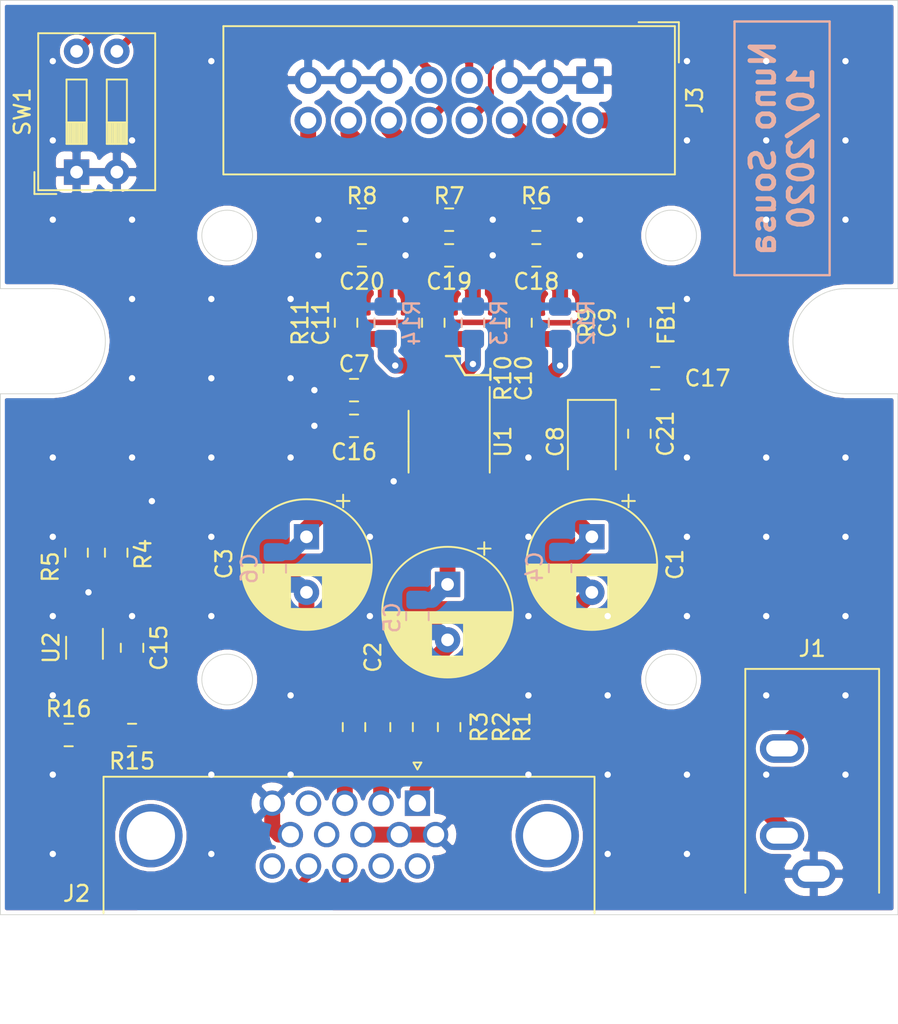
<source format=kicad_pcb>
(kicad_pcb (version 20171130) (host pcbnew "(5.1.7)-1")
  (layers (0 F.Cu signal) (31 B.Cu power) (34 B.Paste user) (35 F.Paste user) (36 B.SilkS user) (37 F.SilkS user) (38 B.Mask user) (39 F.Mask user) (44 Edge.Cuts user))
  (net 0 "")
  (net 1 "Net-(C1-Pad2)")
  (net 2 "Net-(C1-Pad1)")
  (net 3 "Net-(C2-Pad2)")
  (net 4 "Net-(C2-Pad1)")
  (net 5 "Net-(C3-Pad2)")
  (net 6 "Net-(C3-Pad1)")
  (net 7 GND)
  (net 8 VCC)
  (net 9 /DAC_GREEN)
  (net 10 "Net-(C9-Pad1)")
  (net 11 /DAC_BLUE)
  (net 12 "Net-(C10-Pad1)")
  (net 13 /DAC_RED)
  (net 14 "Net-(C11-Pad1)")
  (net 15 /5V_IN)
  (net 16 /AUDIO-R)
  (net 17 /AUDIO-L)
  (net 18 "Net-(J2-Pad15)")
  (net 19 /V-SYNC_OUT)
  (net 20 /H-SYNC_OUT)
  (net 21 "Net-(J2-Pad12)")
  (net 22 "Net-(J2-Pad11)")
  (net 23 "Net-(J2-Pad9)")
  (net 24 "Net-(J2-Pad4)")
  (net 25 /FILT_BLUE)
  (net 26 /FILT_GREEN)
  (net 27 /FILT_RED)
  (net 28 /H-SYNC)
  (net 29 /V-SYNC)
  (net 30 /MODE1)
  (net 31 /MODE2)
  (net 32 "Net-(R4-Pad1)")
  (net 33 "Net-(R5-Pad1)")
  (net 34 "Net-(J2-Pad0)")
  (module Connector_Audio_custom:Jack_3.5mm_CUI_SJ1-3533NG_Horizontal (layer F.Cu) (at 178.2 125.35 180)
    (fp_text reference J1 (at 0.1 14.2 180) (layer F.SilkS))
    (fp_text value AudioJack3)
    (pad S thru_hole oval (at 0 0 180) (size 2.8 1.8) (drill oval 2 1) (layers *.Cu *.Mask) (net 7 GND))
    (pad T thru_hole oval (at 2 2.4 180) (size 2.8 1.8) (drill oval 2 1) (layers *.Cu *.Mask) (net 17 /AUDIO-L))
    (pad R thru_hole oval (at 2 7.9 180) (size 2.8 1.8) (drill oval 2 1) (layers *.Cu *.Mask) (net 16 /AUDIO-R))
  )
  (module Package_TO_SOT_SMD:SOT-363_SC-70-6_Handsoldering (layer F.Cu) (at 132.2 111.1 270)
    (fp_text reference U2 (at 0 2.1 90) (layer F.SilkS))
    (fp_text value 74HCT2G34)
    (pad 6 smd rect (at 1.33 -0.65 270) (size 1.5 0.4) (layers F.Cu F.Paste F.Mask) (net 19 /V-SYNC_OUT))
    (pad 5 smd rect (at 1.33 0 270) (size 1.5 0.4) (layers F.Cu F.Paste F.Mask) (net 8 VCC))
    (pad 4 smd rect (at 1.33 0.65 270) (size 1.5 0.4) (layers F.Cu F.Paste F.Mask) (net 20 /H-SYNC_OUT))
    (pad 3 smd rect (at -1.33 0.65 270) (size 1.5 0.4) (layers F.Cu F.Paste F.Mask) (net 33 "Net-(R5-Pad1)"))
    (pad 2 smd rect (at -1.33 0 270) (size 1.5 0.4) (layers F.Cu F.Paste F.Mask) (net 7 GND))
    (pad 1 smd rect (at -1.33 -0.65 270) (size 1.5 0.4) (layers F.Cu F.Paste F.Mask) (net 32 "Net-(R4-Pad1)"))
  )
  (module Package_SO:SOIC-8_3.9x4.9mm_P1.27mm (layer F.Cu) (at 155.2 98.1 270)
    (fp_text reference U1 (at 0 -3.4 90) (layer F.SilkS))
    (fp_text value THS7316)
    (pad 8 smd roundrect (at 2.475 -1.905 270) (size 1.95 0.6) (layers F.Cu F.Paste F.Mask) (net 2 "Net-(C1-Pad1)"))
    (pad 7 smd roundrect (at 2.475 -0.635 270) (size 1.95 0.6) (layers F.Cu F.Paste F.Mask) (net 4 "Net-(C2-Pad1)"))
    (pad 6 smd roundrect (at 2.475 0.635 270) (size 1.95 0.6) (layers F.Cu F.Paste F.Mask) (net 6 "Net-(C3-Pad1)"))
    (pad 5 smd roundrect (at 2.475 1.905 270) (size 1.95 0.6) (layers F.Cu F.Paste F.Mask) (net 7 GND))
    (pad 4 smd roundrect (at -2.475 1.905 270) (size 1.95 0.6) (layers F.Cu F.Paste F.Mask) (net 8 VCC))
    (pad 3 smd roundrect (at -2.475 0.635 270) (size 1.95 0.6) (layers F.Cu F.Paste F.Mask) (net 14 "Net-(C11-Pad1)"))
    (pad 2 smd roundrect (at -2.475 -0.635 270) (size 1.95 0.6) (layers F.Cu F.Paste F.Mask) (net 12 "Net-(C10-Pad1)"))
    (pad 1 smd roundrect (at -2.475 -1.905 270) (size 1.95 0.6) (layers F.Cu F.Paste F.Mask) (net 10 "Net-(C9-Pad1)"))
  )
  (module Button_Switch_THT:SW_DIP_SPSTx02_Slide_9.78x7.26mm_W7.62mm_P2.54mm (layer F.Cu) (at 131.7 81.1 90)
    (fp_text reference SW1 (at 3.81 -3.42 90) (layer F.SilkS))
    (fp_text value SW_DIP_x02)
    (pad 4 thru_hole oval (at 7.62 0 90) (size 1.6 1.6) (drill 0.8) (layers *.Cu *.Mask) (net 30 /MODE1))
    (pad 2 thru_hole oval (at 0 2.54 90) (size 1.6 1.6) (drill 0.8) (layers *.Cu *.Mask) (net 7 GND))
    (pad 3 thru_hole oval (at 7.62 2.54 90) (size 1.6 1.6) (drill 0.8) (layers *.Cu *.Mask) (net 31 /MODE2))
    (pad 1 thru_hole rect (at 0 0 90) (size 1.6 1.6) (drill 0.8) (layers *.Cu *.Mask) (net 7 GND))
  )
  (module Resistor_SMD:R_0805_2012Metric_Pad1.15x1.40mm_HandSolder (layer F.Cu) (at 131.2 116.6)
    (fp_text reference R16 (at 0 -1.65) (layer F.SilkS))
    (fp_text value 10kR)
    (pad 2 smd roundrect (at 1.025 0) (size 1.15 1.4) (layers F.Cu F.Paste F.Mask) (roundrect_rratio 0.2173904347826087) (net 20 /H-SYNC_OUT))
    (pad 1 smd roundrect (at -1.025 0) (size 1.15 1.4) (layers F.Cu F.Paste F.Mask) (roundrect_rratio 0.2173904347826087) (net 8 VCC))
  )
  (module Resistor_SMD:R_0805_2012Metric_Pad1.15x1.40mm_HandSolder (layer F.Cu) (at 135.2 116.6 180)
    (fp_text reference R15 (at 0 -1.65) (layer F.SilkS))
    (fp_text value 10kR)
    (pad 2 smd roundrect (at 1.025 0 180) (size 1.15 1.4) (layers F.Cu F.Paste F.Mask) (roundrect_rratio 0.2173904347826087) (net 19 /V-SYNC_OUT))
    (pad 1 smd roundrect (at -1.025 0 180) (size 1.15 1.4) (layers F.Cu F.Paste F.Mask) (roundrect_rratio 0.2173904347826087) (net 8 VCC))
  )
  (module Resistor_SMD:R_0805_2012Metric_Pad1.15x1.40mm_HandSolder (layer B.Cu) (at 151.2 90.6 90)
    (fp_text reference R14 (at 0 1.65 270) (layer B.SilkS) (effects (justify mirror)))
    (fp_text value 1kR)
    (pad 2 smd roundrect (at 1.025 0 90) (size 1.15 1.4) (layers B.Cu B.Paste B.Mask) (roundrect_rratio 0.2173904347826087) (net 7 GND))
    (pad 1 smd roundrect (at -1.025 0 90) (size 1.15 1.4) (layers B.Cu B.Paste B.Mask) (roundrect_rratio 0.2173904347826087) (net 14 "Net-(C11-Pad1)"))
  )
  (module Resistor_SMD:R_0805_2012Metric_Pad1.15x1.40mm_HandSolder (layer B.Cu) (at 156.7 90.6 90)
    (fp_text reference R13 (at 0 1.65 90) (layer B.SilkS) (effects (justify mirror)))
    (fp_text value 1kR)
    (pad 2 smd roundrect (at 1.025 0 90) (size 1.15 1.4) (layers B.Cu B.Paste B.Mask) (roundrect_rratio 0.2173904347826087) (net 7 GND))
    (pad 1 smd roundrect (at -1.025 0 90) (size 1.15 1.4) (layers B.Cu B.Paste B.Mask) (roundrect_rratio 0.2173904347826087) (net 12 "Net-(C10-Pad1)"))
  )
  (module Resistor_SMD:R_0805_2012Metric_Pad1.15x1.40mm_HandSolder (layer B.Cu) (at 162.2 90.6 90)
    (fp_text reference R12 (at 0 1.65 90) (layer B.SilkS) (effects (justify mirror)))
    (fp_text value 1kR)
    (pad 2 smd roundrect (at 1.025 0 90) (size 1.15 1.4) (layers B.Cu B.Paste B.Mask) (roundrect_rratio 0.2173904347826087) (net 7 GND))
    (pad 1 smd roundrect (at -1.025 0 90) (size 1.15 1.4) (layers B.Cu B.Paste B.Mask) (roundrect_rratio 0.2173904347826087) (net 10 "Net-(C9-Pad1)"))
  )
  (module Resistor_SMD:R_0805_2012Metric_Pad1.15x1.40mm_HandSolder (layer F.Cu) (at 148.7 90.6 270)
    (fp_text reference R11 (at 0 2.9 90) (layer F.SilkS))
    (fp_text value 5.1MR)
    (pad 2 smd roundrect (at 1.025 0 270) (size 1.15 1.4) (layers F.Cu F.Paste F.Mask) (roundrect_rratio 0.2173904347826087) (net 14 "Net-(C11-Pad1)"))
    (pad 1 smd roundrect (at -1.025 0 270) (size 1.15 1.4) (layers F.Cu F.Paste F.Mask) (roundrect_rratio 0.2173904347826087) (net 8 VCC))
  )
  (module Resistor_SMD:R_0805_2012Metric_Pad1.15x1.40mm_HandSolder (layer F.Cu) (at 154.2 90.6 270)
    (fp_text reference R10 (at 3.5 -4.4 90) (layer F.SilkS))
    (fp_text value 5.1MR)
    (pad 2 smd roundrect (at 1.025 0 270) (size 1.15 1.4) (layers F.Cu F.Paste F.Mask) (roundrect_rratio 0.2173904347826087) (net 12 "Net-(C10-Pad1)"))
    (pad 1 smd roundrect (at -1.025 0 270) (size 1.15 1.4) (layers F.Cu F.Paste F.Mask) (roundrect_rratio 0.2173904347826087) (net 8 VCC))
  )
  (module Resistor_SMD:R_0805_2012Metric_Pad1.15x1.40mm_HandSolder (layer F.Cu) (at 159.7 90.6 270)
    (fp_text reference R9 (at 0 -4.2 90) (layer F.SilkS))
    (fp_text value 5.1MR)
    (pad 2 smd roundrect (at 1.025 0 270) (size 1.15 1.4) (layers F.Cu F.Paste F.Mask) (roundrect_rratio 0.2173904347826087) (net 10 "Net-(C9-Pad1)"))
    (pad 1 smd roundrect (at -1.025 0 270) (size 1.15 1.4) (layers F.Cu F.Paste F.Mask) (roundrect_rratio 0.2173904347826087) (net 8 VCC))
  )
  (module Resistor_SMD:R_0805_2012Metric_Pad1.15x1.40mm_HandSolder (layer F.Cu) (at 149.7 84.1 180)
    (fp_text reference R8 (at 0 1.5) (layer F.SilkS))
    (fp_text value 75R)
    (pad 2 smd roundrect (at 1.025 0 180) (size 1.15 1.4) (layers F.Cu F.Paste F.Mask) (roundrect_rratio 0.2173904347826087) (net 7 GND))
    (pad 1 smd roundrect (at -1.025 0 180) (size 1.15 1.4) (layers F.Cu F.Paste F.Mask) (roundrect_rratio 0.2173904347826087) (net 11 /DAC_BLUE))
  )
  (module Resistor_SMD:R_0805_2012Metric_Pad1.15x1.40mm_HandSolder (layer F.Cu) (at 155.2 84.1 180)
    (fp_text reference R7 (at 0 1.5) (layer F.SilkS))
    (fp_text value 75R)
    (pad 2 smd roundrect (at 1.025 0 180) (size 1.15 1.4) (layers F.Cu F.Paste F.Mask) (roundrect_rratio 0.2173904347826087) (net 7 GND))
    (pad 1 smd roundrect (at -1.025 0 180) (size 1.15 1.4) (layers F.Cu F.Paste F.Mask) (roundrect_rratio 0.2173904347826087) (net 9 /DAC_GREEN))
  )
  (module Resistor_SMD:R_0805_2012Metric_Pad1.15x1.40mm_HandSolder (layer F.Cu) (at 160.7 84.1 180)
    (fp_text reference R6 (at 0 1.5) (layer F.SilkS))
    (fp_text value 75R)
    (pad 2 smd roundrect (at 1.025 0 180) (size 1.15 1.4) (layers F.Cu F.Paste F.Mask) (roundrect_rratio 0.2173904347826087) (net 7 GND))
    (pad 1 smd roundrect (at -1.025 0 180) (size 1.15 1.4) (layers F.Cu F.Paste F.Mask) (roundrect_rratio 0.2173904347826087) (net 13 /DAC_RED))
  )
  (module Resistor_SMD:R_0805_2012Metric_Pad1.15x1.40mm_HandSolder (layer F.Cu) (at 131.7 105.1 90)
    (fp_text reference R5 (at -0.9 -1.65 90) (layer F.SilkS))
    (fp_text value 39R)
    (pad 2 smd roundrect (at 1.025 0 90) (size 1.15 1.4) (layers F.Cu F.Paste F.Mask) (roundrect_rratio 0.2173904347826087) (net 28 /H-SYNC))
    (pad 1 smd roundrect (at -1.025 0 90) (size 1.15 1.4) (layers F.Cu F.Paste F.Mask) (roundrect_rratio 0.2173904347826087) (net 33 "Net-(R5-Pad1)"))
  )
  (module Resistor_SMD:R_0805_2012Metric_Pad1.15x1.40mm_HandSolder (layer F.Cu) (at 134.2 105.1 90)
    (fp_text reference R4 (at -0.1 1.7 90) (layer F.SilkS))
    (fp_text value 39R)
    (pad 2 smd roundrect (at 1.025 0 90) (size 1.15 1.4) (layers F.Cu F.Paste F.Mask) (roundrect_rratio 0.2173904347826087) (net 29 /V-SYNC))
    (pad 1 smd roundrect (at -1.025 0 90) (size 1.15 1.4) (layers F.Cu F.Paste F.Mask) (roundrect_rratio 0.2173904347826087) (net 32 "Net-(R4-Pad1)"))
  )
  (module Resistor_SMD:R_0805_2012Metric_Pad1.15x1.40mm_HandSolder (layer F.Cu) (at 149.2 116.1 90)
    (fp_text reference R3 (at 0 7.9 90) (layer F.SilkS))
    (fp_text value 75R)
    (pad 2 smd roundrect (at 1.025 0 90) (size 1.15 1.4) (layers F.Cu F.Paste F.Mask) (roundrect_rratio 0.2173904347826087) (net 5 "Net-(C3-Pad2)"))
    (pad 1 smd roundrect (at -1.025 0 90) (size 1.15 1.4) (layers F.Cu F.Paste F.Mask) (roundrect_rratio 0.2173904347826087) (net 25 /FILT_BLUE))
  )
  (module Resistor_SMD:R_0805_2012Metric_Pad1.15x1.40mm_HandSolder (layer F.Cu) (at 152.2 116.1 90)
    (fp_text reference R2 (at 0 6.3 90) (layer F.SilkS))
    (fp_text value 75R)
    (pad 2 smd roundrect (at 1.025 0 90) (size 1.15 1.4) (layers F.Cu F.Paste F.Mask) (roundrect_rratio 0.2173904347826087) (net 3 "Net-(C2-Pad2)"))
    (pad 1 smd roundrect (at -1.025 0 90) (size 1.15 1.4) (layers F.Cu F.Paste F.Mask) (roundrect_rratio 0.2173904347826087) (net 26 /FILT_GREEN))
  )
  (module Resistor_SMD:R_0805_2012Metric_Pad1.15x1.40mm_HandSolder (layer F.Cu) (at 155.2 116.1 90)
    (fp_text reference R1 (at 0 4.6 90) (layer F.SilkS))
    (fp_text value 75R)
    (pad 2 smd roundrect (at 1.025 0 90) (size 1.15 1.4) (layers F.Cu F.Paste F.Mask) (roundrect_rratio 0.2173904347826087) (net 1 "Net-(C1-Pad2)"))
    (pad 1 smd roundrect (at -1.025 0 90) (size 1.15 1.4) (layers F.Cu F.Paste F.Mask) (roundrect_rratio 0.2173904347826087) (net 27 /FILT_RED))
  )
  (module Connector_IDC:IDC-Header_2x08_P2.54mm_Vertical (layer F.Cu) (at 164.09 75.3 270)
    (fp_text reference J3 (at 1.27 -6.604 90) (layer F.SilkS))
    (fp_text value Conn_02x08_Odd_Even)
    (pad 16 thru_hole oval (at 2.54 17.78 270) (size 1.7272 1.7272) (drill 1.016) (layers *.Cu *.Mask) (net 11 /DAC_BLUE))
    (pad 15 thru_hole oval (at 0 17.78 270) (size 1.7272 1.7272) (drill 1.016) (layers *.Cu *.Mask) (net 7 GND))
    (pad 14 thru_hole oval (at 2.54 15.24 270) (size 1.7272 1.7272) (drill 1.016) (layers *.Cu *.Mask) (net 9 /DAC_GREEN))
    (pad 13 thru_hole oval (at 0 15.24 270) (size 1.7272 1.7272) (drill 1.016) (layers *.Cu *.Mask) (net 7 GND))
    (pad 12 thru_hole oval (at 2.54 12.7 270) (size 1.7272 1.7272) (drill 1.016) (layers *.Cu *.Mask) (net 13 /DAC_RED))
    (pad 11 thru_hole oval (at 0 12.7 270) (size 1.7272 1.7272) (drill 1.016) (layers *.Cu *.Mask) (net 7 GND))
    (pad 10 thru_hole oval (at 2.54 10.16 270) (size 1.7272 1.7272) (drill 1.016) (layers *.Cu *.Mask) (net 28 /H-SYNC))
    (pad 9 thru_hole oval (at 0 10.16 270) (size 1.7272 1.7272) (drill 1.016) (layers *.Cu *.Mask) (net 29 /V-SYNC))
    (pad 8 thru_hole oval (at 2.54 7.62 270) (size 1.7272 1.7272) (drill 1.016) (layers *.Cu *.Mask) (net 30 /MODE1))
    (pad 7 thru_hole oval (at 0 7.62 270) (size 1.7272 1.7272) (drill 1.016) (layers *.Cu *.Mask) (net 31 /MODE2))
    (pad 6 thru_hole oval (at 2.54 5.08 270) (size 1.7272 1.7272) (drill 1.016) (layers *.Cu *.Mask) (net 15 /5V_IN))
    (pad 5 thru_hole oval (at 0 5.08 270) (size 1.7272 1.7272) (drill 1.016) (layers *.Cu *.Mask) (net 7 GND))
    (pad 4 thru_hole oval (at 2.54 2.54 270) (size 1.7272 1.7272) (drill 1.016) (layers *.Cu *.Mask) (net 17 /AUDIO-L))
    (pad 3 thru_hole oval (at 0 2.54 270) (size 1.7272 1.7272) (drill 1.016) (layers *.Cu *.Mask) (net 7 GND))
    (pad 2 thru_hole oval (at 2.54 0 270) (size 1.7272 1.7272) (drill 1.016) (layers *.Cu *.Mask) (net 16 /AUDIO-R))
    (pad 1 thru_hole rect (at 0 0 270) (size 1.7272 1.7272) (drill 1.016) (layers *.Cu *.Mask) (net 7 GND))
  )
  (module Connector_Dsub_custom:DSUB-15-HD_Female_Horizontal_P2.29x1.98mm_EdgePinOffset3.03mm_Housed_MountingHolesOffset4.94mm (layer F.Cu) (at 153.2 120.9)
    (fp_text reference J2 (at -21.5 5.7) (layer F.SilkS))
    (fp_text value DB15_Female_HighDensity_MountingHoles)
    (pad 0 thru_hole circle (at 8.185 2.05) (size 4 4) (drill 3.05) (layers *.Cu *.Mask) (net 34 "Net-(J2-Pad0)"))
    (pad 0 thru_hole circle (at -16.815 2.05) (size 4 4) (drill 3.05) (layers *.Cu *.Mask) (net 34 "Net-(J2-Pad0)"))
    (pad 15 thru_hole circle (at -9.16 3.96) (size 1.6 1.6) (drill 1.09) (layers *.Cu *.Mask) (net 18 "Net-(J2-Pad15)"))
    (pad 14 thru_hole circle (at -6.87 3.96) (size 1.6 1.6) (drill 1.09) (layers *.Cu *.Mask) (net 19 /V-SYNC_OUT))
    (pad 13 thru_hole circle (at -4.58 3.96) (size 1.6 1.6) (drill 1.09) (layers *.Cu *.Mask) (net 20 /H-SYNC_OUT))
    (pad 12 thru_hole circle (at -2.29 3.96) (size 1.6 1.6) (drill 1.09) (layers *.Cu *.Mask) (net 21 "Net-(J2-Pad12)"))
    (pad 11 thru_hole circle (at 0 3.96) (size 1.6 1.6) (drill 1.09) (layers *.Cu *.Mask) (net 22 "Net-(J2-Pad11)"))
    (pad 10 thru_hole circle (at -8.015 1.98) (size 1.6 1.6) (drill 1.09) (layers *.Cu *.Mask) (net 7 GND))
    (pad 9 thru_hole circle (at -5.725 1.98) (size 1.6 1.6) (drill 1.09) (layers *.Cu *.Mask) (net 23 "Net-(J2-Pad9)"))
    (pad 8 thru_hole circle (at -3.435 1.98) (size 1.6 1.6) (drill 1.09) (layers *.Cu *.Mask) (net 7 GND))
    (pad 7 thru_hole circle (at -1.145 1.98) (size 1.6 1.6) (drill 1.09) (layers *.Cu *.Mask) (net 7 GND))
    (pad 6 thru_hole circle (at 1.145 1.98) (size 1.6 1.6) (drill 1.09) (layers *.Cu *.Mask) (net 7 GND))
    (pad 5 thru_hole circle (at -9.16 0) (size 1.6 1.6) (drill 1.09) (layers *.Cu *.Mask) (net 7 GND))
    (pad 4 thru_hole circle (at -6.87 0) (size 1.6 1.6) (drill 1.09) (layers *.Cu *.Mask) (net 24 "Net-(J2-Pad4)"))
    (pad 3 thru_hole circle (at -4.58 0) (size 1.6 1.6) (drill 1.09) (layers *.Cu *.Mask) (net 25 /FILT_BLUE))
    (pad 2 thru_hole circle (at -2.29 0) (size 1.6 1.6) (drill 1.09) (layers *.Cu *.Mask) (net 26 /FILT_GREEN))
    (pad 1 thru_hole rect (at 0 0) (size 1.6 1.6) (drill 1.09) (layers *.Cu *.Mask) (net 27 /FILT_RED))
  )
  (module Inductor_SMD:L_0805_2012Metric_Pad1.15x1.40mm_HandSolder (layer F.Cu) (at 167.2 90.6 90)
    (fp_text reference FB1 (at 0 1.7 90) (layer F.SilkS))
    (fp_text value Ferrite_Bead)
    (pad 2 smd roundrect (at 1.025 0 90) (size 1.15 1.4) (layers F.Cu F.Paste F.Mask) (roundrect_rratio 0.2173904347826087) (net 15 /5V_IN))
    (pad 1 smd roundrect (at -1.025 0 90) (size 1.15 1.4) (layers F.Cu F.Paste F.Mask) (roundrect_rratio 0.2173904347826087) (net 8 VCC))
  )
  (module Capacitor_SMD:C_0805_2012Metric_Pad1.15x1.40mm_HandSolder (layer F.Cu) (at 167.2 97.6 270)
    (fp_text reference C21 (at 0 -1.65 90) (layer F.SilkS))
    (fp_text value 1uC)
    (pad 1 smd roundrect (at -1.025 0 270) (size 1.15 1.4) (layers F.Cu F.Paste F.Mask) (roundrect_rratio 0.2173904347826087) (net 8 VCC))
    (pad 2 smd roundrect (at 1.025 0 270) (size 1.15 1.4) (layers F.Cu F.Paste F.Mask) (roundrect_rratio 0.2173904347826087) (net 7 GND))
  )
  (module Capacitor_SMD:C_0805_2012Metric_Pad1.15x1.40mm_HandSolder (layer F.Cu) (at 149.7 86.35 180)
    (fp_text reference C20 (at 0 -1.65) (layer F.SilkS))
    (fp_text value 5pC)
    (pad 2 smd roundrect (at 1.025 0 180) (size 1.15 1.4) (layers F.Cu F.Paste F.Mask) (roundrect_rratio 0.2173904347826087) (net 7 GND))
    (pad 1 smd roundrect (at -1.025 0 180) (size 1.15 1.4) (layers F.Cu F.Paste F.Mask) (roundrect_rratio 0.2173904347826087) (net 11 /DAC_BLUE))
  )
  (module Capacitor_SMD:C_0805_2012Metric_Pad1.15x1.40mm_HandSolder (layer F.Cu) (at 155.2 86.35 180)
    (fp_text reference C19 (at 0 -1.65) (layer F.SilkS))
    (fp_text value 5pC)
    (pad 2 smd roundrect (at 1.025 0 180) (size 1.15 1.4) (layers F.Cu F.Paste F.Mask) (roundrect_rratio 0.2173904347826087) (net 7 GND))
    (pad 1 smd roundrect (at -1.025 0 180) (size 1.15 1.4) (layers F.Cu F.Paste F.Mask) (roundrect_rratio 0.2173904347826087) (net 9 /DAC_GREEN))
  )
  (module Capacitor_SMD:C_0805_2012Metric_Pad1.15x1.40mm_HandSolder (layer F.Cu) (at 160.7 86.35 180)
    (fp_text reference C18 (at 0 -1.65) (layer F.SilkS))
    (fp_text value 5pC)
    (pad 1 smd roundrect (at -1.025 0 180) (size 1.15 1.4) (layers F.Cu F.Paste F.Mask) (roundrect_rratio 0.2173904347826087) (net 13 /DAC_RED))
    (pad 2 smd roundrect (at 1.025 0 180) (size 1.15 1.4) (layers F.Cu F.Paste F.Mask) (roundrect_rratio 0.2173904347826087) (net 7 GND))
  )
  (module Capacitor_SMD:C_0805_2012Metric_Pad1.15x1.40mm_HandSolder (layer F.Cu) (at 168.2 94.1)
    (fp_text reference C17 (at 3.3 0) (layer F.SilkS))
    (fp_text value 0.1uC)
    (pad 2 smd roundrect (at 1.025 0) (size 1.15 1.4) (layers F.Cu F.Paste F.Mask) (roundrect_rratio 0.2173904347826087) (net 7 GND))
    (pad 1 smd roundrect (at -1.025 0) (size 1.15 1.4) (layers F.Cu F.Paste F.Mask) (roundrect_rratio 0.2173904347826087) (net 8 VCC))
  )
  (module Capacitor_SMD:C_0805_2012Metric_Pad1.15x1.40mm_HandSolder (layer F.Cu) (at 149.2 97.1 180)
    (fp_text reference C16 (at 0 -1.65) (layer F.SilkS))
    (fp_text value 0.01uC)
    (pad 2 smd roundrect (at 1.025 0 180) (size 1.15 1.4) (layers F.Cu F.Paste F.Mask) (roundrect_rratio 0.2173904347826087) (net 7 GND))
    (pad 1 smd roundrect (at -1.025 0 180) (size 1.15 1.4) (layers F.Cu F.Paste F.Mask) (roundrect_rratio 0.2173904347826087) (net 8 VCC))
  )
  (module Capacitor_SMD:C_0805_2012Metric_Pad1.15x1.40mm_HandSolder (layer F.Cu) (at 135.2 111.1 90)
    (fp_text reference C15 (at 0 1.7 90) (layer F.SilkS))
    (fp_text value 0.1uC)
    (pad 2 smd roundrect (at 1.025 0 90) (size 1.15 1.4) (layers F.Cu F.Paste F.Mask) (roundrect_rratio 0.2173904347826087) (net 7 GND))
    (pad 1 smd roundrect (at -1.025 0 90) (size 1.15 1.4) (layers F.Cu F.Paste F.Mask) (roundrect_rratio 0.2173904347826087) (net 8 VCC))
  )
  (module Capacitor_SMD:C_0805_2012Metric_Pad1.15x1.40mm_HandSolder (layer F.Cu) (at 151.2 90.6 90)
    (fp_text reference C11 (at 0 -4.1 90) (layer F.SilkS))
    (fp_text value 0.1uC)
    (pad 2 smd roundrect (at 1.025 0 90) (size 1.15 1.4) (layers F.Cu F.Paste F.Mask) (roundrect_rratio 0.2173904347826087) (net 11 /DAC_BLUE))
    (pad 1 smd roundrect (at -1.025 0 90) (size 1.15 1.4) (layers F.Cu F.Paste F.Mask) (roundrect_rratio 0.2173904347826087) (net 14 "Net-(C11-Pad1)"))
  )
  (module Capacitor_SMD:C_0805_2012Metric_Pad1.15x1.40mm_HandSolder (layer F.Cu) (at 156.7 90.6 90)
    (fp_text reference C10 (at -3.5 3.2 90) (layer F.SilkS))
    (fp_text value 0.1uC)
    (pad 2 smd roundrect (at 1.025 0 90) (size 1.15 1.4) (layers F.Cu F.Paste F.Mask) (roundrect_rratio 0.2173904347826087) (net 9 /DAC_GREEN))
    (pad 1 smd roundrect (at -1.025 0 90) (size 1.15 1.4) (layers F.Cu F.Paste F.Mask) (roundrect_rratio 0.2173904347826087) (net 12 "Net-(C10-Pad1)"))
  )
  (module Capacitor_SMD:C_0805_2012Metric_Pad1.15x1.40mm_HandSolder (layer F.Cu) (at 162.2 90.6 90)
    (fp_text reference C9 (at 0 3 90) (layer F.SilkS))
    (fp_text value 0.1uC)
    (pad 2 smd roundrect (at 1.025 0 90) (size 1.15 1.4) (layers F.Cu F.Paste F.Mask) (roundrect_rratio 0.2173904347826087) (net 13 /DAC_RED))
    (pad 1 smd roundrect (at -1.025 0 90) (size 1.15 1.4) (layers F.Cu F.Paste F.Mask) (roundrect_rratio 0.2173904347826087) (net 10 "Net-(C9-Pad1)"))
  )
  (module Capacitor_Tantalum_SMD:CP_EIA-3528-21_Kemet-B_Pad1.50x2.35mm_HandSolder (layer F.Cu) (at 164.2 98.1 270)
    (fp_text reference C8 (at 0 2.3 90) (layer F.SilkS))
    (fp_text value 33uCP)
    (pad 2 smd roundrect (at 1.625 0 270) (size 1.5 2.35) (layers F.Cu F.Paste F.Mask) (roundrect_rratio 0.1666666666666667) (net 7 GND))
    (pad 1 smd roundrect (at -1.625 0 270) (size 1.5 2.35) (layers F.Cu F.Paste F.Mask) (roundrect_rratio 0.1666666666666667) (net 8 VCC))
  )
  (module Capacitor_SMD:C_0805_2012Metric_Pad1.15x1.40mm_HandSolder (layer F.Cu) (at 149.2 94.85 180)
    (fp_text reference C7 (at 0 1.65) (layer F.SilkS))
    (fp_text value 1uC)
    (pad 2 smd roundrect (at 1.025 0 180) (size 1.15 1.4) (layers F.Cu F.Paste F.Mask) (roundrect_rratio 0.2173904347826087) (net 7 GND))
    (pad 1 smd roundrect (at -1.025 0 180) (size 1.15 1.4) (layers F.Cu F.Paste F.Mask) (roundrect_rratio 0.2173904347826087) (net 8 VCC))
  )
  (module Capacitor_SMD:C_0805_2012Metric_Pad1.15x1.40mm_HandSolder (layer B.Cu) (at 144.2 106.1 90)
    (fp_text reference C6 (at 0 -1.6 270) (layer B.SilkS) (effects (justify mirror)))
    (fp_text value 0.1uC)
    (pad 2 smd roundrect (at 1.025 0 90) (size 1.15 1.4) (layers B.Cu B.Paste B.Mask) (roundrect_rratio 0.2173904347826087) (net 6 "Net-(C3-Pad1)"))
    (pad 1 smd roundrect (at -1.025 0 90) (size 1.15 1.4) (layers B.Cu B.Paste B.Mask) (roundrect_rratio 0.2173904347826087) (net 5 "Net-(C3-Pad2)"))
  )
  (module Capacitor_SMD:C_0805_2012Metric_Pad1.15x1.40mm_HandSolder (layer B.Cu) (at 153.2 109.1 90)
    (fp_text reference C5 (at -0.1 -1.6 270) (layer B.SilkS) (effects (justify mirror)))
    (fp_text value 0.1uC)
    (pad 2 smd roundrect (at 1.025 0 90) (size 1.15 1.4) (layers B.Cu B.Paste B.Mask) (roundrect_rratio 0.2173904347826087) (net 4 "Net-(C2-Pad1)"))
    (pad 1 smd roundrect (at -1.025 0 90) (size 1.15 1.4) (layers B.Cu B.Paste B.Mask) (roundrect_rratio 0.2173904347826087) (net 3 "Net-(C2-Pad2)"))
  )
  (module Capacitor_SMD:C_0805_2012Metric_Pad1.15x1.40mm_HandSolder (layer B.Cu) (at 162.2 106.075 90)
    (fp_text reference C4 (at 0.075 -1.6 270) (layer B.SilkS) (effects (justify mirror)))
    (fp_text value 0.1uC)
    (pad 2 smd roundrect (at 1.025 0 90) (size 1.15 1.4) (layers B.Cu B.Paste B.Mask) (roundrect_rratio 0.2173904347826087) (net 2 "Net-(C1-Pad1)"))
    (pad 1 smd roundrect (at -1.025 0 90) (size 1.15 1.4) (layers B.Cu B.Paste B.Mask) (roundrect_rratio 0.2173904347826087) (net 1 "Net-(C1-Pad2)"))
  )
  (module Capacitor_THT:CP_Radial_D8.0mm_P3.50mm (layer F.Cu) (at 146.2 104.1 270)
    (fp_text reference C3 (at 1.7 5.2 90) (layer F.SilkS))
    (fp_text value 470uCP)
    (pad 2 thru_hole circle (at 3.5 0 270) (size 1.6 1.6) (drill 0.8) (layers *.Cu *.Mask) (net 5 "Net-(C3-Pad2)"))
    (pad 1 thru_hole rect (at 0 0 270) (size 1.6 1.6) (drill 0.8) (layers *.Cu *.Mask) (net 6 "Net-(C3-Pad1)"))
  )
  (module Capacitor_THT:CP_Radial_D8.0mm_P3.50mm (layer F.Cu) (at 155.1 107.1 270)
    (fp_text reference C2 (at 4.6 4.7 90) (layer F.SilkS))
    (fp_text value 470uCP)
    (pad 2 thru_hole circle (at 3.5 0 270) (size 1.6 1.6) (drill 0.8) (layers *.Cu *.Mask) (net 3 "Net-(C2-Pad2)"))
    (pad 1 thru_hole rect (at 0 0 270) (size 1.6 1.6) (drill 0.8) (layers *.Cu *.Mask) (net 4 "Net-(C2-Pad1)"))
  )
  (module Capacitor_THT:CP_Radial_D8.0mm_P3.50mm (layer F.Cu) (at 164.2 104.1 270)
    (fp_text reference C1 (at 1.75 -5.25 90) (layer F.SilkS))
    (fp_text value 470uCP)
    (pad 2 thru_hole circle (at 3.5 0 270) (size 1.6 1.6) (drill 0.8) (layers *.Cu *.Mask) (net 1 "Net-(C1-Pad2)"))
    (pad 1 thru_hole rect (at 0 0 270) (size 1.6 1.6) (drill 0.8) (layers *.Cu *.Mask) (net 2 "Net-(C1-Pad1)"))
  )
  (gr_line (start 155.9 92.7) (end 155.5 92.7) (layer F.SilkS) (width 0.15))
  (gr_line (start 155.5 92.7) (end 155 92.7) (layer F.SilkS) (width 0.15))
  (gr_line (start 156.2 93.9) (end 155.5 92.7) (layer F.SilkS) (width 0.15))
  (gr_line (start 157.8 93.9) (end 156.2 93.9) (layer F.SilkS) (width 0.15))
  (gr_line (start 157.8 93.5) (end 157.8 94.2) (layer F.SilkS) (width 0.15))
  (gr_line (start 179.2 87.6) (end 173.2 87.6) (layer B.SilkS) (width 0.15))
  (gr_line (start 179.2 71.6) (end 179.2 87.6) (layer B.SilkS) (width 0.15))
  (gr_line (start 173.2 71.6) (end 179.2 71.6) (layer B.SilkS) (width 0.15))
  (gr_line (start 173.2 87.6) (end 173.2 71.6) (layer B.SilkS) (width 0.15))
  (gr_text "Nuno Sousa\n10/2020" (at 176.2 79.6 90) (layer B.SilkS) (effects (font (size 1.5 1.5) (thickness 0.3)) (justify mirror)))
  (gr_line (start 183.505 88.45) (end 183.505 70.27) (layer Edge.Cuts) (width 0.05))
  (gr_line (start 183.505 95.08) (end 183.505 127.93) (layer Edge.Cuts) (width 0.05))
  (gr_line (start 126.895 95.08) (end 126.895 127.93) (layer Edge.Cuts) (width 0.05))
  (gr_line (start 126.895 88.45) (end 126.895 70.27) (layer Edge.Cuts) (width 0.05))
  (gr_line (start 180.2 95.08) (end 183.505 95.08) (layer Edge.Cuts) (width 0.05))
  (gr_line (start 180.2 88.45) (end 183.505 88.45) (layer Edge.Cuts) (width 0.05))
  (gr_line (start 130.2 95.08) (end 126.895 95.08) (layer Edge.Cuts) (width 0.05))
  (gr_line (start 130.2 88.45) (end 126.895 88.45) (layer Edge.Cuts) (width 0.05))
  (gr_arc (start 180.2 91.765) (end 180.2 95.08) (angle 180) (layer Edge.Cuts) (width 0.05))
  (gr_arc (start 130.2 91.765) (end 130.2 95.08) (angle -180) (layer Edge.Cuts) (width 0.05))
  (gr_circle (center 141.2 85.1) (end 142.8 85.1) (layer Edge.Cuts) (width 0.05))
  (gr_circle (center 169.2 85.1) (end 170.8 85.1) (layer Edge.Cuts) (width 0.05))
  (gr_circle (center 169.2 113.1) (end 170.8 113.1) (layer Edge.Cuts) (width 0.05))
  (gr_circle (center 141.2 113.1) (end 142.8 113.1) (layer Edge.Cuts) (width 0.05))
  (gr_line (start 183.505 70.27) (end 126.895 70.27) (layer Edge.Cuts) (width 0.05))
  (gr_line (start 126.895 127.93) (end 183.505 127.93) (layer Edge.Cuts) (width 0.05))
  (segment (start 155.2 115.075) (end 155.2 114.2) (width 1) (layer F.Cu) (net 1))
  (segment (start 155.2 114.2) (end 157.2 112.2) (width 1) (layer F.Cu) (net 1))
  (segment (start 159.6 112.2) (end 164.2 107.6) (width 1) (layer F.Cu) (net 1))
  (segment (start 157.2 112.2) (end 159.6 112.2) (width 1) (layer F.Cu) (net 1))
  (segment (start 163.7 107.1) (end 164.2 107.6) (width 1) (layer B.Cu) (net 1))
  (segment (start 162.2 107.1) (end 163.7 107.1) (width 1) (layer B.Cu) (net 1))
  (segment (start 163.25 105.05) (end 164.2 104.1) (width 1) (layer B.Cu) (net 2))
  (segment (start 162.2 105.05) (end 163.25 105.05) (width 1) (layer B.Cu) (net 2))
  (segment (start 162.6 102.5) (end 164.2 104.1) (width 1) (layer F.Cu) (net 2))
  (segment (start 157.105 101.605) (end 158 102.5) (width 1) (layer F.Cu) (net 2))
  (segment (start 158 102.5) (end 162.6 102.5) (width 1) (layer F.Cu) (net 2))
  (segment (start 157.105 100.575) (end 157.105 101.605) (width 1) (layer F.Cu) (net 2))
  (segment (start 152.2 113.9) (end 152.2 115.075) (width 1) (layer F.Cu) (net 3))
  (segment (start 155.1 111) (end 152.2 113.9) (width 1) (layer F.Cu) (net 3))
  (segment (start 155.1 110.6) (end 155.1 111) (width 1) (layer F.Cu) (net 3))
  (segment (start 154.625 110.125) (end 155.1 110.6) (width 1) (layer B.Cu) (net 3))
  (segment (start 153.2 110.125) (end 154.625 110.125) (width 1) (layer B.Cu) (net 3))
  (segment (start 155.835 100.765) (end 155.81501 100.78499) (width 1) (layer F.Cu) (net 4))
  (segment (start 155.81501 100.78499) (end 155.81501 103.08499) (width 1) (layer F.Cu) (net 4))
  (segment (start 155.835 100.575) (end 155.835 100.765) (width 1) (layer F.Cu) (net 4))
  (segment (start 155.1 103.8) (end 155.1 107.1) (width 1) (layer F.Cu) (net 4))
  (segment (start 155.81501 103.08499) (end 155.1 103.8) (width 1) (layer F.Cu) (net 4))
  (segment (start 154.125 108.075) (end 155.1 107.1) (width 1) (layer B.Cu) (net 4))
  (segment (start 153.2 108.075) (end 154.125 108.075) (width 1) (layer B.Cu) (net 4))
  (segment (start 146.2 112.075) (end 149.2 115.075) (width 1) (layer F.Cu) (net 5))
  (segment (start 146.2 107.6) (end 146.2 112.075) (width 1) (layer F.Cu) (net 5))
  (segment (start 145.725 107.125) (end 146.2 107.6) (width 1) (layer B.Cu) (net 5))
  (segment (start 144.2 107.125) (end 145.725 107.125) (width 1) (layer B.Cu) (net 5))
  (segment (start 146.2 104.1) (end 146.2 103.6) (width 1) (layer F.Cu) (net 6))
  (segment (start 146.2 103.6) (end 147 102.8) (width 1) (layer F.Cu) (net 6))
  (segment (start 154.565 101.552808) (end 154.565 100.575) (width 1) (layer F.Cu) (net 6))
  (segment (start 153.317808 102.8) (end 154.565 101.552808) (width 1) (layer F.Cu) (net 6))
  (segment (start 147 102.8) (end 153.317808 102.8) (width 1) (layer F.Cu) (net 6))
  (segment (start 145.225 105.075) (end 146.2 104.1) (width 1) (layer B.Cu) (net 6))
  (segment (start 144.2 105.075) (end 145.225 105.075) (width 1) (layer B.Cu) (net 6))
  (via (at 135.2 94.1) (size 0.8) (drill 0.4) (layers F.Cu B.Cu) (net 7))
  (via (at 130.2 124.1) (size 0.8) (drill 0.4) (layers F.Cu B.Cu) (net 7))
  (via (at 130.2 119.1) (size 0.8) (drill 0.4) (layers F.Cu B.Cu) (net 7))
  (via (at 130.2 114.1) (size 0.8) (drill 0.4) (layers F.Cu B.Cu) (net 7))
  (via (at 130.2 109.1) (size 0.8) (drill 0.4) (layers F.Cu B.Cu) (net 7))
  (via (at 130.2 104.1) (size 0.8) (drill 0.4) (layers F.Cu B.Cu) (net 7))
  (via (at 130.2 99.1) (size 0.8) (drill 0.4) (layers F.Cu B.Cu) (net 7))
  (via (at 170.2 124.1) (size 0.8) (drill 0.4) (layers F.Cu B.Cu) (net 7))
  (via (at 180.2 119.1) (size 0.8) (drill 0.4) (layers F.Cu B.Cu) (net 7))
  (via (at 180.2 114.1) (size 0.8) (drill 0.4) (layers F.Cu B.Cu) (net 7))
  (via (at 180.2 104.1) (size 0.8) (drill 0.4) (layers F.Cu B.Cu) (net 7))
  (via (at 180.2 109.1) (size 0.8) (drill 0.4) (layers F.Cu B.Cu) (net 7))
  (via (at 180.2 99.1) (size 0.8) (drill 0.4) (layers F.Cu B.Cu) (net 7))
  (via (at 135.2 89.1) (size 0.8) (drill 0.4) (layers F.Cu B.Cu) (net 7))
  (via (at 175.2 84.1) (size 0.8) (drill 0.4) (layers F.Cu B.Cu) (net 7))
  (via (at 180.2 84.1) (size 0.8) (drill 0.4) (layers F.Cu B.Cu) (net 7))
  (via (at 180.2 79.1) (size 0.8) (drill 0.4) (layers F.Cu B.Cu) (net 7))
  (via (at 180.2 74.1) (size 0.8) (drill 0.4) (layers F.Cu B.Cu) (net 7))
  (via (at 152.45 86.35) (size 0.8) (drill 0.4) (layers F.Cu B.Cu) (net 7))
  (segment (start 154.175 86.35) (end 152.45 86.35) (width 1) (layer F.Cu) (net 7))
  (via (at 152.45 84.1) (size 0.8) (drill 0.4) (layers F.Cu B.Cu) (net 7))
  (segment (start 154.175 84.1) (end 152.45 84.1) (width 1) (layer F.Cu) (net 7))
  (via (at 146.95 86.35) (size 0.8) (drill 0.4) (layers F.Cu B.Cu) (net 7))
  (segment (start 148.675 86.35) (end 146.95 86.35) (width 1) (layer F.Cu) (net 7))
  (via (at 146.95 84.1) (size 0.8) (drill 0.4) (layers F.Cu B.Cu) (net 7))
  (segment (start 148.675 84.1) (end 146.95 84.1) (width 1) (layer F.Cu) (net 7))
  (via (at 157.95 84.1) (size 0.8) (drill 0.4) (layers F.Cu B.Cu) (net 7))
  (segment (start 159.675 84.1) (end 157.95 84.1) (width 1) (layer F.Cu) (net 7))
  (via (at 157.95 86.35) (size 0.8) (drill 0.4) (layers F.Cu B.Cu) (net 7))
  (segment (start 159.675 86.35) (end 157.95 86.35) (width 1) (layer F.Cu) (net 7))
  (segment (start 151.725 100.575) (end 151.7 100.6) (width 1) (layer F.Cu) (net 7))
  (via (at 151.7 100.6) (size 0.8) (drill 0.4) (layers F.Cu B.Cu) (net 7))
  (segment (start 153.295 100.575) (end 151.725 100.575) (width 1) (layer F.Cu) (net 7))
  (segment (start 148.175 94.85) (end 148.175 97.1) (width 1) (layer F.Cu) (net 7))
  (segment (start 149.765 122.88) (end 154.345 122.88) (width 1) (layer F.Cu) (net 7))
  (segment (start 145.185 122.88) (end 144.48 122.88) (width 1) (layer F.Cu) (net 7))
  (segment (start 144.04 122.44) (end 144.04 120.9) (width 1) (layer F.Cu) (net 7))
  (segment (start 144.48 122.88) (end 144.04 122.44) (width 1) (layer F.Cu) (net 7))
  (via (at 163.45 84.1) (size 0.8) (drill 0.4) (layers F.Cu B.Cu) (net 7))
  (via (at 163.45 86.35) (size 0.8) (drill 0.4) (layers F.Cu B.Cu) (net 7))
  (via (at 175.2 99.1) (size 0.8) (drill 0.4) (layers F.Cu B.Cu) (net 7))
  (via (at 175.2 104.1) (size 0.8) (drill 0.4) (layers F.Cu B.Cu) (net 7))
  (via (at 175.2 109.1) (size 0.8) (drill 0.4) (layers F.Cu B.Cu) (net 7))
  (via (at 175.2 114.1) (size 0.8) (drill 0.4) (layers F.Cu B.Cu) (net 7))
  (via (at 175.2 119.1) (size 0.8) (drill 0.4) (layers F.Cu B.Cu) (net 7))
  (via (at 170.2 119.1) (size 0.8) (drill 0.4) (layers F.Cu B.Cu) (net 7))
  (via (at 170.2 109.1) (size 0.8) (drill 0.4) (layers F.Cu B.Cu) (net 7))
  (via (at 170.2 104.1) (size 0.8) (drill 0.4) (layers F.Cu B.Cu) (net 7))
  (via (at 170.2 89.1) (size 0.8) (drill 0.4) (layers F.Cu B.Cu) (net 7))
  (via (at 170.2 74.1) (size 0.8) (drill 0.4) (layers F.Cu B.Cu) (net 7))
  (via (at 175.2 79.1) (size 0.8) (drill 0.4) (layers F.Cu B.Cu) (net 7))
  (via (at 175.2 74.1) (size 0.8) (drill 0.4) (layers F.Cu B.Cu) (net 7))
  (via (at 165.2 109.1) (size 0.8) (drill 0.4) (layers F.Cu B.Cu) (net 7))
  (via (at 165.2 114.1) (size 0.8) (drill 0.4) (layers F.Cu B.Cu) (net 7))
  (via (at 160.2 114.1) (size 0.8) (drill 0.4) (layers F.Cu B.Cu) (net 7))
  (via (at 160.2 119.1) (size 0.8) (drill 0.4) (layers F.Cu B.Cu) (net 7))
  (via (at 165.2 119.1) (size 0.8) (drill 0.4) (layers F.Cu B.Cu) (net 7))
  (via (at 165.2 124.1) (size 0.8) (drill 0.4) (layers F.Cu B.Cu) (net 7))
  (via (at 140.2 124.1) (size 0.8) (drill 0.4) (layers F.Cu B.Cu) (net 7))
  (via (at 140.2 119.1) (size 0.8) (drill 0.4) (layers F.Cu B.Cu) (net 7))
  (via (at 140.2 109.1) (size 0.8) (drill 0.4) (layers F.Cu B.Cu) (net 7))
  (via (at 135.2 109.1) (size 0.8) (drill 0.4) (layers F.Cu B.Cu) (net 7))
  (via (at 160.2 99.1) (size 0.8) (drill 0.4) (layers F.Cu B.Cu) (net 7))
  (via (at 145.2 89.1) (size 0.8) (drill 0.4) (layers F.Cu B.Cu) (net 7))
  (via (at 145.2 94.1) (size 0.8) (drill 0.4) (layers F.Cu B.Cu) (net 7))
  (via (at 145.2 99.1) (size 0.8) (drill 0.4) (layers F.Cu B.Cu) (net 7))
  (via (at 145.2 119.1) (size 0.8) (drill 0.4) (layers F.Cu B.Cu) (net 7))
  (via (at 145.2 114.1) (size 0.8) (drill 0.4) (layers F.Cu B.Cu) (net 7))
  (via (at 140.2 104.1) (size 0.8) (drill 0.4) (layers F.Cu B.Cu) (net 7))
  (via (at 150.2 104.1) (size 0.8) (drill 0.4) (layers F.Cu B.Cu) (net 7))
  (via (at 160.2 104.1) (size 0.8) (drill 0.4) (layers F.Cu B.Cu) (net 7))
  (via (at 130.2 79.1) (size 0.8) (drill 0.4) (layers F.Cu B.Cu) (net 7))
  (via (at 130.2 84.1) (size 0.8) (drill 0.4) (layers F.Cu B.Cu) (net 7))
  (via (at 130.2 74.1) (size 0.8) (drill 0.4) (layers F.Cu B.Cu) (net 7))
  (via (at 135.2 79.1) (size 0.8) (drill 0.4) (layers F.Cu B.Cu) (net 7))
  (via (at 170.2 79.1) (size 0.8) (drill 0.4) (layers F.Cu B.Cu) (net 7))
  (via (at 140.2 94.1) (size 0.8) (drill 0.4) (layers F.Cu B.Cu) (net 7))
  (via (at 140.2 89.1) (size 0.8) (drill 0.4) (layers F.Cu B.Cu) (net 7))
  (via (at 140.2 99.1) (size 0.8) (drill 0.4) (layers F.Cu B.Cu) (net 7))
  (via (at 140.2 74.1) (size 0.8) (drill 0.4) (layers F.Cu B.Cu) (net 7))
  (via (at 135.2 99.1) (size 0.8) (drill 0.4) (layers F.Cu B.Cu) (net 7))
  (via (at 135.2 84.1) (size 0.8) (drill 0.4) (layers F.Cu B.Cu) (net 7))
  (via (at 150.2 109.1) (size 0.8) (drill 0.4) (layers F.Cu B.Cu) (net 7))
  (via (at 160.2 109.1) (size 0.8) (drill 0.4) (layers F.Cu B.Cu) (net 7))
  (via (at 170.2 99.1) (size 0.8) (drill 0.4) (layers F.Cu B.Cu) (net 7))
  (via (at 146.7 94.85) (size 0.8) (drill 0.4) (layers F.Cu B.Cu) (net 7))
  (segment (start 148.175 94.85) (end 146.7 94.85) (width 1) (layer F.Cu) (net 7))
  (via (at 146.7 97.1) (size 0.8) (drill 0.4) (layers F.Cu B.Cu) (net 7))
  (segment (start 148.175 97.1) (end 146.7 97.1) (width 1) (layer F.Cu) (net 7))
  (via (at 132.45 107.6) (size 0.8) (drill 0.4) (layers F.Cu B.Cu) (net 7))
  (segment (start 132.2 107.85) (end 132.45 107.6) (width 0.4) (layer F.Cu) (net 7))
  (segment (start 132.2 109.77) (end 132.2 107.85) (width 0.4) (layer F.Cu) (net 7))
  (via (at 136.45 101.85) (size 0.8) (drill 0.4) (layers F.Cu B.Cu) (net 7))
  (segment (start 153.19999 90.57501) (end 154.2 89.575) (width 0.35) (layer F.Cu) (net 8))
  (segment (start 149.70001 90.57501) (end 153.19999 90.57501) (width 0.35) (layer F.Cu) (net 8))
  (segment (start 148.7 89.575) (end 149.70001 90.57501) (width 0.35) (layer F.Cu) (net 8))
  (segment (start 158.69999 90.57501) (end 159.7 89.575) (width 0.35) (layer F.Cu) (net 8))
  (segment (start 155.20001 90.57501) (end 158.69999 90.57501) (width 0.35) (layer F.Cu) (net 8))
  (segment (start 154.2 89.575) (end 155.20001 90.57501) (width 0.35) (layer F.Cu) (net 8))
  (segment (start 150.225 94.85) (end 150.225 97.1) (width 1) (layer F.Cu) (net 8))
  (segment (start 132.2 111.28) (end 132.38 111.1) (width 0.4) (layer F.Cu) (net 8))
  (segment (start 132.2 112.43) (end 132.2 111.28) (width 0.4) (layer F.Cu) (net 8))
  (segment (start 132.38 111.1) (end 133.7 111.1) (width 0.4) (layer F.Cu) (net 8))
  (segment (start 134.725 112.125) (end 135.2 112.125) (width 0.4) (layer F.Cu) (net 8))
  (segment (start 133.7 111.1) (end 134.725 112.125) (width 0.4) (layer F.Cu) (net 8))
  (segment (start 167.2 94.075) (end 167.175 94.1) (width 1) (layer F.Cu) (net 8))
  (segment (start 167.2 91.625) (end 167.2 94.075) (width 1) (layer F.Cu) (net 8))
  (segment (start 167.175 96.55) (end 167.2 96.575) (width 1) (layer F.Cu) (net 8))
  (segment (start 167.175 94.1) (end 167.175 96.55) (width 1) (layer F.Cu) (net 8))
  (segment (start 164.3 96.575) (end 164.2 96.475) (width 1) (layer F.Cu) (net 8))
  (segment (start 167.2 96.575) (end 164.3 96.575) (width 1) (layer F.Cu) (net 8))
  (segment (start 159.7 89.8) (end 160.5 90.6) (width 0.35) (layer F.Cu) (net 8))
  (segment (start 159.7 89.575) (end 159.7 89.8) (width 0.35) (layer F.Cu) (net 8))
  (segment (start 160.5 90.6) (end 163.7 90.6) (width 0.35) (layer F.Cu) (net 8))
  (segment (start 163.7 90.6) (end 164 90.6) (width 1) (layer F.Cu) (net 8))
  (segment (start 132.2 111.28) (end 132.02 111.1) (width 0.4) (layer F.Cu) (net 8))
  (segment (start 132.02 111.1) (end 130.7 111.1) (width 0.4) (layer F.Cu) (net 8))
  (segment (start 130.7 111.1) (end 129.7 111.1) (width 1) (layer F.Cu) (net 8))
  (segment (start 129.7 111.1) (end 128.6 112.2) (width 1) (layer F.Cu) (net 8))
  (segment (start 128.6 115.025) (end 130.175 116.6) (width 1) (layer F.Cu) (net 8))
  (segment (start 128.6 112.2) (end 128.6 115.025) (width 1) (layer F.Cu) (net 8))
  (segment (start 135.2 112.125) (end 135.2 113.1) (width 1) (layer F.Cu) (net 8))
  (segment (start 136.225 114.125) (end 136.225 116.6) (width 1) (layer F.Cu) (net 8))
  (segment (start 135.2 113.1) (end 136.225 114.125) (width 1) (layer F.Cu) (net 8))
  (segment (start 164.2 93.397998) (end 164.2 96.475) (width 1) (layer F.Cu) (net 8))
  (segment (start 164.2 90.6) (end 164.2 93.397998) (width 1) (layer F.Cu) (net 8))
  (segment (start 163.7 90.6) (end 164.2 90.6) (width 1) (layer F.Cu) (net 8))
  (segment (start 135.9 112.125) (end 135.2 112.125) (width 1) (layer F.Cu) (net 8))
  (segment (start 137.3 105.297998) (end 137.3 110.725) (width 1) (layer F.Cu) (net 8))
  (segment (start 141.797998 100.8) (end 137.3 105.297998) (width 1) (layer F.Cu) (net 8))
  (segment (start 148.4 99.2) (end 146.8 100.8) (width 1) (layer F.Cu) (net 8))
  (segment (start 137.3 110.725) (end 135.9 112.125) (width 1) (layer F.Cu) (net 8))
  (segment (start 146.8 100.8) (end 141.797998 100.8) (width 1) (layer F.Cu) (net 8))
  (segment (start 152.5 98.1) (end 151.4 99.2) (width 1) (layer F.Cu) (net 8))
  (segment (start 158.6 98.1) (end 152.5 98.1) (width 1) (layer F.Cu) (net 8))
  (segment (start 160.225 96.475) (end 158.6 98.1) (width 1) (layer F.Cu) (net 8))
  (segment (start 151.4 99.2) (end 148.4 99.2) (width 1) (layer F.Cu) (net 8))
  (segment (start 164.2 96.475) (end 160.225 96.475) (width 1) (layer F.Cu) (net 8))
  (segment (start 150.225 98.025) (end 151.4 99.2) (width 1) (layer F.Cu) (net 8))
  (segment (start 150.225 97.1) (end 150.225 98.025) (width 1) (layer F.Cu) (net 8))
  (segment (start 150.225 94.85) (end 150.95 94.85) (width 1) (layer F.Cu) (net 8))
  (segment (start 151.725 95.625) (end 153.295 95.625) (width 1) (layer F.Cu) (net 8))
  (segment (start 150.95 94.85) (end 151.725 95.625) (width 1) (layer F.Cu) (net 8))
  (segment (start 156.7 89.575) (end 156.7 88.4) (width 1) (layer F.Cu) (net 9))
  (segment (start 156.225 87.925) (end 156.225 86.35) (width 1) (layer F.Cu) (net 9))
  (segment (start 156.7 88.4) (end 156.225 87.925) (width 1) (layer F.Cu) (net 9))
  (segment (start 156.225 86.35) (end 156.225 84.1) (width 1) (layer F.Cu) (net 9))
  (segment (start 148.85 77.84) (end 148.85 78.65) (width 1) (layer F.Cu) (net 9))
  (segment (start 148.85 78.65) (end 151.8 81.6) (width 1) (layer F.Cu) (net 9))
  (segment (start 156.225 83.4) (end 156.225 84.1) (width 1) (layer F.Cu) (net 9))
  (segment (start 154.425 81.6) (end 156.225 83.4) (width 1) (layer F.Cu) (net 9))
  (segment (start 151.8 81.6) (end 154.425 81.6) (width 1) (layer F.Cu) (net 9))
  (segment (start 157.105 95.625) (end 157.105 95.095) (width 1) (layer F.Cu) (net 10))
  (segment (start 157.105 95.095) (end 158.2 94) (width 1) (layer F.Cu) (net 10))
  (segment (start 158.2 94) (end 161.5 94) (width 1) (layer F.Cu) (net 10))
  (segment (start 161.5 94) (end 162.2 93.3) (width 1) (layer F.Cu) (net 10))
  (segment (start 159.7 91.625) (end 162.2 91.625) (width 1) (layer F.Cu) (net 10))
  (via (at 162.2 93.3) (size 0.8) (drill 0.4) (layers F.Cu B.Cu) (net 10))
  (segment (start 162.2 91.625) (end 162.2 93.3) (width 1) (layer B.Cu) (net 10))
  (segment (start 162.2 93.3) (end 162.2 91.625) (width 1) (layer F.Cu) (net 10))
  (segment (start 151.2 89.575) (end 151.2 88.3) (width 1) (layer F.Cu) (net 11))
  (segment (start 150.725 87.825) (end 150.725 86.35) (width 1) (layer F.Cu) (net 11))
  (segment (start 151.2 88.3) (end 150.725 87.825) (width 1) (layer F.Cu) (net 11))
  (segment (start 150.725 86.35) (end 150.725 84.1) (width 1) (layer F.Cu) (net 11))
  (segment (start 146.31 79.41) (end 146.31 77.84) (width 1) (layer F.Cu) (net 11))
  (segment (start 148.6 81.7) (end 146.31 79.41) (width 1) (layer F.Cu) (net 11))
  (segment (start 149.1 81.7) (end 148.6 81.7) (width 1) (layer F.Cu) (net 11))
  (segment (start 150.725 83.325) (end 149.1 81.7) (width 1) (layer F.Cu) (net 11))
  (segment (start 150.725 84.1) (end 150.725 83.325) (width 1) (layer F.Cu) (net 11))
  (segment (start 155.85499 95.44501) (end 155.85499 94.04501) (width 1) (layer F.Cu) (net 12))
  (segment (start 155.835 95.465) (end 155.85499 95.44501) (width 1) (layer F.Cu) (net 12))
  (segment (start 155.835 95.625) (end 155.835 95.465) (width 1) (layer F.Cu) (net 12))
  (segment (start 155.85499 94.04501) (end 156.7 93.2) (width 1) (layer F.Cu) (net 12))
  (segment (start 154.2 91.625) (end 156.7 91.625) (width 1) (layer F.Cu) (net 12))
  (via (at 156.7 93.2) (size 0.8) (drill 0.4) (layers F.Cu B.Cu) (net 12))
  (segment (start 156.7 91.625) (end 156.7 93.2) (width 1) (layer B.Cu) (net 12))
  (segment (start 156.7 93.2) (end 156.7 91.625) (width 1) (layer F.Cu) (net 12))
  (segment (start 162.2 89.575) (end 162.2 88.4) (width 1) (layer F.Cu) (net 13))
  (segment (start 161.725 87.925) (end 161.725 86.35) (width 1) (layer F.Cu) (net 13))
  (segment (start 162.2 88.4) (end 161.725 87.925) (width 1) (layer F.Cu) (net 13))
  (segment (start 161.725 86.35) (end 161.725 84.1) (width 1) (layer F.Cu) (net 13))
  (segment (start 160.125 81.8) (end 161.725 83.4) (width 1) (layer F.Cu) (net 13))
  (segment (start 157.1 79.9) (end 159 81.8) (width 1) (layer F.Cu) (net 13))
  (segment (start 152.9 79.9) (end 157.1 79.9) (width 1) (layer F.Cu) (net 13))
  (segment (start 151.39 78.39) (end 152.9 79.9) (width 1) (layer F.Cu) (net 13))
  (segment (start 161.725 83.4) (end 161.725 84.1) (width 1) (layer F.Cu) (net 13))
  (segment (start 159 81.8) (end 160.125 81.8) (width 1) (layer F.Cu) (net 13))
  (segment (start 151.39 77.84) (end 151.39 78.39) (width 1) (layer F.Cu) (net 13))
  (segment (start 154.565 95.625) (end 154.565 94.265) (width 1) (layer F.Cu) (net 14))
  (segment (start 154.565 94.265) (end 153.6 93.3) (width 1) (layer F.Cu) (net 14))
  (segment (start 153.6 93.3) (end 151.8 93.3) (width 1) (layer F.Cu) (net 14))
  (segment (start 151.2 92.7) (end 151.2 91.625) (width 1) (layer F.Cu) (net 14))
  (segment (start 148.7 91.625) (end 151.2 91.625) (width 1) (layer F.Cu) (net 14))
  (segment (start 151.8 93.3) (end 151.2 92.7) (width 1) (layer F.Cu) (net 14))
  (via (at 151.8 93.3) (size 0.8) (drill 0.4) (layers F.Cu B.Cu) (net 14))
  (segment (start 151.2 92.7) (end 151.8 93.3) (width 1) (layer B.Cu) (net 14))
  (segment (start 151.2 91.625) (end 151.2 92.7) (width 1) (layer B.Cu) (net 14))
  (segment (start 164.7 87.075) (end 167.2 89.575) (width 1) (layer F.Cu) (net 15))
  (segment (start 164.7 83.53) (end 164.7 87.075) (width 1) (layer F.Cu) (net 15))
  (segment (start 159.01 77.84) (end 164.7 83.53) (width 1) (layer F.Cu) (net 15))
  (segment (start 177.5 116.15) (end 176.2 117.45) (width 1) (layer F.Cu) (net 16))
  (segment (start 177.5 97.35) (end 177.5 116.15) (width 1) (layer F.Cu) (net 16))
  (segment (start 175.2 95.05) (end 177.5 97.35) (width 1) (layer F.Cu) (net 16))
  (segment (start 175.2 88.85) (end 175.2 95.05) (width 1) (layer F.Cu) (net 16))
  (segment (start 176.350001 87.699999) (end 175.2 88.85) (width 1) (layer F.Cu) (net 16))
  (segment (start 176.350001 82.050001) (end 176.350001 87.699999) (width 1) (layer F.Cu) (net 16))
  (segment (start 172.14 77.84) (end 176.350001 82.050001) (width 1) (layer F.Cu) (net 16))
  (segment (start 164.09 77.84) (end 172.14 77.84) (width 1) (layer F.Cu) (net 16))
  (segment (start 176.2 122.4) (end 176.2 122.95) (width 1) (layer F.Cu) (net 17))
  (segment (start 173.6 119.8) (end 176.2 122.4) (width 1) (layer F.Cu) (net 17))
  (segment (start 173.6 109.8) (end 173.6 119.8) (width 1) (layer F.Cu) (net 17))
  (segment (start 172.3 108.5) (end 173.6 109.8) (width 1) (layer F.Cu) (net 17))
  (segment (start 172.3 88.5) (end 172.3 108.5) (width 1) (layer F.Cu) (net 17))
  (segment (start 173.5 87.3) (end 172.3 88.5) (width 1) (layer F.Cu) (net 17))
  (segment (start 171.2 80.6) (end 173.5 82.9) (width 1) (layer F.Cu) (net 17))
  (segment (start 173.5 82.9) (end 173.5 87.3) (width 1) (layer F.Cu) (net 17))
  (segment (start 164.31 80.6) (end 171.2 80.6) (width 1) (layer F.Cu) (net 17))
  (segment (start 161.55 77.84) (end 164.31 80.6) (width 1) (layer F.Cu) (net 17))
  (segment (start 134.175 116.6) (end 134.175 115.075) (width 0.5) (layer F.Cu) (net 19))
  (segment (start 134.175 115.075) (end 133.2 114.1) (width 0.5) (layer F.Cu) (net 19))
  (segment (start 132.85 113.75) (end 133.2 114.1) (width 0.4) (layer F.Cu) (net 19))
  (segment (start 132.85 112.43) (end 132.85 113.75) (width 0.4) (layer F.Cu) (net 19))
  (segment (start 146.33 125.47) (end 146.33 124.86) (width 0.5) (layer F.Cu) (net 19))
  (segment (start 145.6 126.2) (end 146.33 125.47) (width 0.5) (layer F.Cu) (net 19))
  (segment (start 142.05 126.2) (end 145.6 126.2) (width 0.5) (layer F.Cu) (net 19))
  (segment (start 141.3 125.45) (end 142.05 126.2) (width 0.5) (layer F.Cu) (net 19))
  (segment (start 141.3 122.95) (end 141.3 125.45) (width 0.5) (layer F.Cu) (net 19))
  (segment (start 138.2 119.85) (end 141.3 122.95) (width 0.5) (layer F.Cu) (net 19))
  (segment (start 136.45 119.85) (end 138.2 119.85) (width 0.5) (layer F.Cu) (net 19))
  (segment (start 134.175 117.575) (end 136.45 119.85) (width 0.5) (layer F.Cu) (net 19))
  (segment (start 134.175 116.6) (end 134.175 117.575) (width 0.5) (layer F.Cu) (net 19))
  (segment (start 132.225 116.6) (end 132.225 114.625) (width 0.5) (layer F.Cu) (net 20))
  (segment (start 132.225 114.625) (end 131.7 114.1) (width 0.5) (layer F.Cu) (net 20))
  (segment (start 131.549999 113.949999) (end 131.549999 112.43) (width 0.4) (layer F.Cu) (net 20))
  (segment (start 131.7 114.1) (end 131.549999 113.949999) (width 0.4) (layer F.Cu) (net 20))
  (segment (start 148.62 125.93) (end 148.62 124.86) (width 0.5) (layer F.Cu) (net 20))
  (segment (start 147.55 127) (end 148.62 125.93) (width 0.5) (layer F.Cu) (net 20))
  (segment (start 135.85 127) (end 147.55 127) (width 0.5) (layer F.Cu) (net 20))
  (segment (start 132.225 123.375) (end 135.85 127) (width 0.5) (layer F.Cu) (net 20))
  (segment (start 132.225 116.6) (end 132.225 123.375) (width 0.5) (layer F.Cu) (net 20))
  (segment (start 148.62 120.9) (end 148.62 118.88) (width 1) (layer F.Cu) (net 25))
  (segment (start 149.2 118.3) (end 149.2 117.125) (width 1) (layer F.Cu) (net 25))
  (segment (start 148.62 118.88) (end 149.2 118.3) (width 1) (layer F.Cu) (net 25))
  (segment (start 152.2 118) (end 152.2 117.125) (width 1) (layer F.Cu) (net 26))
  (segment (start 150.91 119.29) (end 152.2 118) (width 1) (layer F.Cu) (net 26))
  (segment (start 150.91 120.9) (end 150.91 119.29) (width 1) (layer F.Cu) (net 26))
  (segment (start 155.2 118.1) (end 155.2 117.125) (width 1) (layer F.Cu) (net 27))
  (segment (start 153.2 120.1) (end 155.2 118.1) (width 1) (layer F.Cu) (net 27))
  (segment (start 153.2 120.9) (end 153.2 120.1) (width 1) (layer F.Cu) (net 27))
  (segment (start 153.93 77.84) (end 155.2 76.57) (width 0.5) (layer F.Cu) (net 28))
  (segment (start 155.2 76.57) (end 155.2 76.3) (width 0.5) (layer F.Cu) (net 28))
  (segment (start 155.2 76.3) (end 155.2 74.4) (width 0.25) (layer F.Cu) (net 28))
  (segment (start 133.5 101.7) (end 131.7 103.5) (width 0.5) (layer F.Cu) (net 28))
  (segment (start 134.85 101.7) (end 133.5 101.7) (width 0.5) (layer F.Cu) (net 28))
  (segment (start 131.7 103.5) (end 131.7 104.075) (width 0.5) (layer F.Cu) (net 28))
  (segment (start 136.9 99.65) (end 134.85 101.7) (width 0.5) (layer F.Cu) (net 28))
  (segment (start 136.9 79.3) (end 136.9 99.65) (width 0.5) (layer F.Cu) (net 28))
  (segment (start 153.9 72.9) (end 143.3 72.9) (width 0.5) (layer F.Cu) (net 28))
  (segment (start 143.3 72.9) (end 136.9 79.3) (width 0.5) (layer F.Cu) (net 28))
  (segment (start 155.2 74.2) (end 153.9 72.9) (width 0.5) (layer F.Cu) (net 28))
  (segment (start 155.2 74.4) (end 155.2 74.2) (width 0.5) (layer F.Cu) (net 28))
  (segment (start 153.93 74.63) (end 153.93 75.3) (width 0.5) (layer F.Cu) (net 29))
  (segment (start 145.2 73.7) (end 153 73.7) (width 0.5) (layer F.Cu) (net 29))
  (segment (start 134.2 104.075) (end 136.025 104.075) (width 0.5) (layer F.Cu) (net 29))
  (segment (start 136.025 104.075) (end 138.6 101.5) (width 0.5) (layer F.Cu) (net 29))
  (segment (start 138.6 101.5) (end 138.6 80.3) (width 0.5) (layer F.Cu) (net 29))
  (segment (start 153 73.7) (end 153.93 74.63) (width 0.5) (layer F.Cu) (net 29))
  (segment (start 138.6 80.3) (end 145.2 73.7) (width 0.5) (layer F.Cu) (net 29))
  (segment (start 157.771399 76.028601) (end 157.771399 74.471399) (width 0.25) (layer F.Cu) (net 30))
  (segment (start 157.771399 76.538601) (end 157.771399 76.028601) (width 0.5) (layer F.Cu) (net 30))
  (segment (start 156.47 77.84) (end 157.771399 76.538601) (width 0.5) (layer F.Cu) (net 30))
  (segment (start 133.88 71.3) (end 131.7 73.48) (width 0.5) (layer F.Cu) (net 30))
  (segment (start 154.9 71.3) (end 133.88 71.3) (width 0.5) (layer F.Cu) (net 30))
  (segment (start 157.771399 74.171399) (end 154.9 71.3) (width 0.5) (layer F.Cu) (net 30))
  (segment (start 157.771399 74.471399) (end 157.771399 74.171399) (width 0.5) (layer F.Cu) (net 30))
  (segment (start 135.62 72.1) (end 134.24 73.48) (width 0.5) (layer F.Cu) (net 31))
  (segment (start 154.4 72.1) (end 135.62 72.1) (width 0.5) (layer F.Cu) (net 31))
  (segment (start 156.47 74.17) (end 154.4 72.1) (width 0.5) (layer F.Cu) (net 31))
  (segment (start 156.47 75.3) (end 156.47 74.17) (width 0.5) (layer F.Cu) (net 31))
  (segment (start 132.85 109.77) (end 132.85 108.45) (width 0.4) (layer F.Cu) (net 32))
  (segment (start 132.85 108.45) (end 133.2 108.1) (width 0.4) (layer F.Cu) (net 32))
  (segment (start 133.2 108.1) (end 134.2 107.1) (width 0.5) (layer F.Cu) (net 32))
  (segment (start 134.2 107.1) (end 134.2 106.125) (width 0.5) (layer F.Cu) (net 32))
  (segment (start 131.55 106.275) (end 131.7 106.125) (width 0.5) (layer F.Cu) (net 33))
  (segment (start 131.55 107.35) (end 131.55 106.275) (width 0.5) (layer F.Cu) (net 33))
  (segment (start 131.55 109.77) (end 131.55 107.35) (width 0.4) (layer F.Cu) (net 33))
  (zone (net 7) (net_name GND) (layer F.Cu) (connect_pads (clearance 0.254)) (min_thickness 0.254) (fill yes (arc_segments 32) (thermal_gap 0.508) (thermal_bridge_width 0.508) (smoothing fillet) (radius 1))
    (polygon (pts (xy 183.5 127.92) (xy 126.9 127.92) (xy 126.9 70.27) (xy 183.5 70.27)))
  )
  (zone (net 7) (net_name GND) (layer B.Cu) (connect_pads (clearance 0.254)) (min_thickness 0.254) (fill yes (arc_segments 32) (thermal_gap 0.508) (thermal_bridge_width 0.508) (smoothing fillet) (radius 1))
    (polygon (pts (xy 183.5 127.92) (xy 126.9 127.92) (xy 126.9 70.27) (xy 183.5 70.27)))
  )
)
</source>
